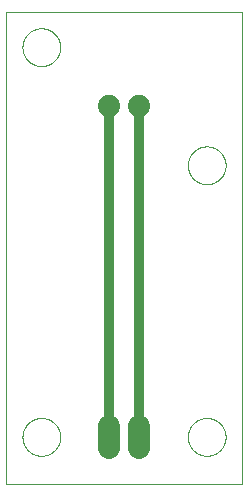
<source format=gbl>
G75*
%MOIN*%
%OFA0B0*%
%FSLAX25Y25*%
%IPPOS*%
%LPD*%
%AMOC8*
5,1,8,0,0,1.08239X$1,22.5*
%
%ADD10C,0.00000*%
%ADD11C,0.07400*%
%ADD12C,0.07400*%
%ADD13C,0.03200*%
D10*
X0001000Y0001000D02*
X0001000Y0158480D01*
X0079740Y0158480D01*
X0079740Y0001000D01*
X0001000Y0001000D01*
X0006512Y0016748D02*
X0006514Y0016906D01*
X0006520Y0017064D01*
X0006530Y0017222D01*
X0006544Y0017380D01*
X0006562Y0017537D01*
X0006583Y0017694D01*
X0006609Y0017850D01*
X0006639Y0018006D01*
X0006672Y0018161D01*
X0006710Y0018314D01*
X0006751Y0018467D01*
X0006796Y0018619D01*
X0006845Y0018770D01*
X0006898Y0018919D01*
X0006954Y0019067D01*
X0007014Y0019213D01*
X0007078Y0019358D01*
X0007146Y0019501D01*
X0007217Y0019643D01*
X0007291Y0019783D01*
X0007369Y0019920D01*
X0007451Y0020056D01*
X0007535Y0020190D01*
X0007624Y0020321D01*
X0007715Y0020450D01*
X0007810Y0020577D01*
X0007907Y0020702D01*
X0008008Y0020824D01*
X0008112Y0020943D01*
X0008219Y0021060D01*
X0008329Y0021174D01*
X0008442Y0021285D01*
X0008557Y0021394D01*
X0008675Y0021499D01*
X0008796Y0021601D01*
X0008919Y0021701D01*
X0009045Y0021797D01*
X0009173Y0021890D01*
X0009303Y0021980D01*
X0009436Y0022066D01*
X0009571Y0022150D01*
X0009707Y0022229D01*
X0009846Y0022306D01*
X0009987Y0022378D01*
X0010129Y0022448D01*
X0010273Y0022513D01*
X0010419Y0022575D01*
X0010566Y0022633D01*
X0010715Y0022688D01*
X0010865Y0022739D01*
X0011016Y0022786D01*
X0011168Y0022829D01*
X0011321Y0022868D01*
X0011476Y0022904D01*
X0011631Y0022935D01*
X0011787Y0022963D01*
X0011943Y0022987D01*
X0012100Y0023007D01*
X0012258Y0023023D01*
X0012415Y0023035D01*
X0012574Y0023043D01*
X0012732Y0023047D01*
X0012890Y0023047D01*
X0013048Y0023043D01*
X0013207Y0023035D01*
X0013364Y0023023D01*
X0013522Y0023007D01*
X0013679Y0022987D01*
X0013835Y0022963D01*
X0013991Y0022935D01*
X0014146Y0022904D01*
X0014301Y0022868D01*
X0014454Y0022829D01*
X0014606Y0022786D01*
X0014757Y0022739D01*
X0014907Y0022688D01*
X0015056Y0022633D01*
X0015203Y0022575D01*
X0015349Y0022513D01*
X0015493Y0022448D01*
X0015635Y0022378D01*
X0015776Y0022306D01*
X0015915Y0022229D01*
X0016051Y0022150D01*
X0016186Y0022066D01*
X0016319Y0021980D01*
X0016449Y0021890D01*
X0016577Y0021797D01*
X0016703Y0021701D01*
X0016826Y0021601D01*
X0016947Y0021499D01*
X0017065Y0021394D01*
X0017180Y0021285D01*
X0017293Y0021174D01*
X0017403Y0021060D01*
X0017510Y0020943D01*
X0017614Y0020824D01*
X0017715Y0020702D01*
X0017812Y0020577D01*
X0017907Y0020450D01*
X0017998Y0020321D01*
X0018087Y0020190D01*
X0018171Y0020056D01*
X0018253Y0019920D01*
X0018331Y0019783D01*
X0018405Y0019643D01*
X0018476Y0019501D01*
X0018544Y0019358D01*
X0018608Y0019213D01*
X0018668Y0019067D01*
X0018724Y0018919D01*
X0018777Y0018770D01*
X0018826Y0018619D01*
X0018871Y0018467D01*
X0018912Y0018314D01*
X0018950Y0018161D01*
X0018983Y0018006D01*
X0019013Y0017850D01*
X0019039Y0017694D01*
X0019060Y0017537D01*
X0019078Y0017380D01*
X0019092Y0017222D01*
X0019102Y0017064D01*
X0019108Y0016906D01*
X0019110Y0016748D01*
X0019108Y0016590D01*
X0019102Y0016432D01*
X0019092Y0016274D01*
X0019078Y0016116D01*
X0019060Y0015959D01*
X0019039Y0015802D01*
X0019013Y0015646D01*
X0018983Y0015490D01*
X0018950Y0015335D01*
X0018912Y0015182D01*
X0018871Y0015029D01*
X0018826Y0014877D01*
X0018777Y0014726D01*
X0018724Y0014577D01*
X0018668Y0014429D01*
X0018608Y0014283D01*
X0018544Y0014138D01*
X0018476Y0013995D01*
X0018405Y0013853D01*
X0018331Y0013713D01*
X0018253Y0013576D01*
X0018171Y0013440D01*
X0018087Y0013306D01*
X0017998Y0013175D01*
X0017907Y0013046D01*
X0017812Y0012919D01*
X0017715Y0012794D01*
X0017614Y0012672D01*
X0017510Y0012553D01*
X0017403Y0012436D01*
X0017293Y0012322D01*
X0017180Y0012211D01*
X0017065Y0012102D01*
X0016947Y0011997D01*
X0016826Y0011895D01*
X0016703Y0011795D01*
X0016577Y0011699D01*
X0016449Y0011606D01*
X0016319Y0011516D01*
X0016186Y0011430D01*
X0016051Y0011346D01*
X0015915Y0011267D01*
X0015776Y0011190D01*
X0015635Y0011118D01*
X0015493Y0011048D01*
X0015349Y0010983D01*
X0015203Y0010921D01*
X0015056Y0010863D01*
X0014907Y0010808D01*
X0014757Y0010757D01*
X0014606Y0010710D01*
X0014454Y0010667D01*
X0014301Y0010628D01*
X0014146Y0010592D01*
X0013991Y0010561D01*
X0013835Y0010533D01*
X0013679Y0010509D01*
X0013522Y0010489D01*
X0013364Y0010473D01*
X0013207Y0010461D01*
X0013048Y0010453D01*
X0012890Y0010449D01*
X0012732Y0010449D01*
X0012574Y0010453D01*
X0012415Y0010461D01*
X0012258Y0010473D01*
X0012100Y0010489D01*
X0011943Y0010509D01*
X0011787Y0010533D01*
X0011631Y0010561D01*
X0011476Y0010592D01*
X0011321Y0010628D01*
X0011168Y0010667D01*
X0011016Y0010710D01*
X0010865Y0010757D01*
X0010715Y0010808D01*
X0010566Y0010863D01*
X0010419Y0010921D01*
X0010273Y0010983D01*
X0010129Y0011048D01*
X0009987Y0011118D01*
X0009846Y0011190D01*
X0009707Y0011267D01*
X0009571Y0011346D01*
X0009436Y0011430D01*
X0009303Y0011516D01*
X0009173Y0011606D01*
X0009045Y0011699D01*
X0008919Y0011795D01*
X0008796Y0011895D01*
X0008675Y0011997D01*
X0008557Y0012102D01*
X0008442Y0012211D01*
X0008329Y0012322D01*
X0008219Y0012436D01*
X0008112Y0012553D01*
X0008008Y0012672D01*
X0007907Y0012794D01*
X0007810Y0012919D01*
X0007715Y0013046D01*
X0007624Y0013175D01*
X0007535Y0013306D01*
X0007451Y0013440D01*
X0007369Y0013576D01*
X0007291Y0013713D01*
X0007217Y0013853D01*
X0007146Y0013995D01*
X0007078Y0014138D01*
X0007014Y0014283D01*
X0006954Y0014429D01*
X0006898Y0014577D01*
X0006845Y0014726D01*
X0006796Y0014877D01*
X0006751Y0015029D01*
X0006710Y0015182D01*
X0006672Y0015335D01*
X0006639Y0015490D01*
X0006609Y0015646D01*
X0006583Y0015802D01*
X0006562Y0015959D01*
X0006544Y0016116D01*
X0006530Y0016274D01*
X0006520Y0016432D01*
X0006514Y0016590D01*
X0006512Y0016748D01*
X0061630Y0016748D02*
X0061632Y0016906D01*
X0061638Y0017064D01*
X0061648Y0017222D01*
X0061662Y0017380D01*
X0061680Y0017537D01*
X0061701Y0017694D01*
X0061727Y0017850D01*
X0061757Y0018006D01*
X0061790Y0018161D01*
X0061828Y0018314D01*
X0061869Y0018467D01*
X0061914Y0018619D01*
X0061963Y0018770D01*
X0062016Y0018919D01*
X0062072Y0019067D01*
X0062132Y0019213D01*
X0062196Y0019358D01*
X0062264Y0019501D01*
X0062335Y0019643D01*
X0062409Y0019783D01*
X0062487Y0019920D01*
X0062569Y0020056D01*
X0062653Y0020190D01*
X0062742Y0020321D01*
X0062833Y0020450D01*
X0062928Y0020577D01*
X0063025Y0020702D01*
X0063126Y0020824D01*
X0063230Y0020943D01*
X0063337Y0021060D01*
X0063447Y0021174D01*
X0063560Y0021285D01*
X0063675Y0021394D01*
X0063793Y0021499D01*
X0063914Y0021601D01*
X0064037Y0021701D01*
X0064163Y0021797D01*
X0064291Y0021890D01*
X0064421Y0021980D01*
X0064554Y0022066D01*
X0064689Y0022150D01*
X0064825Y0022229D01*
X0064964Y0022306D01*
X0065105Y0022378D01*
X0065247Y0022448D01*
X0065391Y0022513D01*
X0065537Y0022575D01*
X0065684Y0022633D01*
X0065833Y0022688D01*
X0065983Y0022739D01*
X0066134Y0022786D01*
X0066286Y0022829D01*
X0066439Y0022868D01*
X0066594Y0022904D01*
X0066749Y0022935D01*
X0066905Y0022963D01*
X0067061Y0022987D01*
X0067218Y0023007D01*
X0067376Y0023023D01*
X0067533Y0023035D01*
X0067692Y0023043D01*
X0067850Y0023047D01*
X0068008Y0023047D01*
X0068166Y0023043D01*
X0068325Y0023035D01*
X0068482Y0023023D01*
X0068640Y0023007D01*
X0068797Y0022987D01*
X0068953Y0022963D01*
X0069109Y0022935D01*
X0069264Y0022904D01*
X0069419Y0022868D01*
X0069572Y0022829D01*
X0069724Y0022786D01*
X0069875Y0022739D01*
X0070025Y0022688D01*
X0070174Y0022633D01*
X0070321Y0022575D01*
X0070467Y0022513D01*
X0070611Y0022448D01*
X0070753Y0022378D01*
X0070894Y0022306D01*
X0071033Y0022229D01*
X0071169Y0022150D01*
X0071304Y0022066D01*
X0071437Y0021980D01*
X0071567Y0021890D01*
X0071695Y0021797D01*
X0071821Y0021701D01*
X0071944Y0021601D01*
X0072065Y0021499D01*
X0072183Y0021394D01*
X0072298Y0021285D01*
X0072411Y0021174D01*
X0072521Y0021060D01*
X0072628Y0020943D01*
X0072732Y0020824D01*
X0072833Y0020702D01*
X0072930Y0020577D01*
X0073025Y0020450D01*
X0073116Y0020321D01*
X0073205Y0020190D01*
X0073289Y0020056D01*
X0073371Y0019920D01*
X0073449Y0019783D01*
X0073523Y0019643D01*
X0073594Y0019501D01*
X0073662Y0019358D01*
X0073726Y0019213D01*
X0073786Y0019067D01*
X0073842Y0018919D01*
X0073895Y0018770D01*
X0073944Y0018619D01*
X0073989Y0018467D01*
X0074030Y0018314D01*
X0074068Y0018161D01*
X0074101Y0018006D01*
X0074131Y0017850D01*
X0074157Y0017694D01*
X0074178Y0017537D01*
X0074196Y0017380D01*
X0074210Y0017222D01*
X0074220Y0017064D01*
X0074226Y0016906D01*
X0074228Y0016748D01*
X0074226Y0016590D01*
X0074220Y0016432D01*
X0074210Y0016274D01*
X0074196Y0016116D01*
X0074178Y0015959D01*
X0074157Y0015802D01*
X0074131Y0015646D01*
X0074101Y0015490D01*
X0074068Y0015335D01*
X0074030Y0015182D01*
X0073989Y0015029D01*
X0073944Y0014877D01*
X0073895Y0014726D01*
X0073842Y0014577D01*
X0073786Y0014429D01*
X0073726Y0014283D01*
X0073662Y0014138D01*
X0073594Y0013995D01*
X0073523Y0013853D01*
X0073449Y0013713D01*
X0073371Y0013576D01*
X0073289Y0013440D01*
X0073205Y0013306D01*
X0073116Y0013175D01*
X0073025Y0013046D01*
X0072930Y0012919D01*
X0072833Y0012794D01*
X0072732Y0012672D01*
X0072628Y0012553D01*
X0072521Y0012436D01*
X0072411Y0012322D01*
X0072298Y0012211D01*
X0072183Y0012102D01*
X0072065Y0011997D01*
X0071944Y0011895D01*
X0071821Y0011795D01*
X0071695Y0011699D01*
X0071567Y0011606D01*
X0071437Y0011516D01*
X0071304Y0011430D01*
X0071169Y0011346D01*
X0071033Y0011267D01*
X0070894Y0011190D01*
X0070753Y0011118D01*
X0070611Y0011048D01*
X0070467Y0010983D01*
X0070321Y0010921D01*
X0070174Y0010863D01*
X0070025Y0010808D01*
X0069875Y0010757D01*
X0069724Y0010710D01*
X0069572Y0010667D01*
X0069419Y0010628D01*
X0069264Y0010592D01*
X0069109Y0010561D01*
X0068953Y0010533D01*
X0068797Y0010509D01*
X0068640Y0010489D01*
X0068482Y0010473D01*
X0068325Y0010461D01*
X0068166Y0010453D01*
X0068008Y0010449D01*
X0067850Y0010449D01*
X0067692Y0010453D01*
X0067533Y0010461D01*
X0067376Y0010473D01*
X0067218Y0010489D01*
X0067061Y0010509D01*
X0066905Y0010533D01*
X0066749Y0010561D01*
X0066594Y0010592D01*
X0066439Y0010628D01*
X0066286Y0010667D01*
X0066134Y0010710D01*
X0065983Y0010757D01*
X0065833Y0010808D01*
X0065684Y0010863D01*
X0065537Y0010921D01*
X0065391Y0010983D01*
X0065247Y0011048D01*
X0065105Y0011118D01*
X0064964Y0011190D01*
X0064825Y0011267D01*
X0064689Y0011346D01*
X0064554Y0011430D01*
X0064421Y0011516D01*
X0064291Y0011606D01*
X0064163Y0011699D01*
X0064037Y0011795D01*
X0063914Y0011895D01*
X0063793Y0011997D01*
X0063675Y0012102D01*
X0063560Y0012211D01*
X0063447Y0012322D01*
X0063337Y0012436D01*
X0063230Y0012553D01*
X0063126Y0012672D01*
X0063025Y0012794D01*
X0062928Y0012919D01*
X0062833Y0013046D01*
X0062742Y0013175D01*
X0062653Y0013306D01*
X0062569Y0013440D01*
X0062487Y0013576D01*
X0062409Y0013713D01*
X0062335Y0013853D01*
X0062264Y0013995D01*
X0062196Y0014138D01*
X0062132Y0014283D01*
X0062072Y0014429D01*
X0062016Y0014577D01*
X0061963Y0014726D01*
X0061914Y0014877D01*
X0061869Y0015029D01*
X0061828Y0015182D01*
X0061790Y0015335D01*
X0061757Y0015490D01*
X0061727Y0015646D01*
X0061701Y0015802D01*
X0061680Y0015959D01*
X0061662Y0016116D01*
X0061648Y0016274D01*
X0061638Y0016432D01*
X0061632Y0016590D01*
X0061630Y0016748D01*
X0061630Y0107299D02*
X0061632Y0107457D01*
X0061638Y0107615D01*
X0061648Y0107773D01*
X0061662Y0107931D01*
X0061680Y0108088D01*
X0061701Y0108245D01*
X0061727Y0108401D01*
X0061757Y0108557D01*
X0061790Y0108712D01*
X0061828Y0108865D01*
X0061869Y0109018D01*
X0061914Y0109170D01*
X0061963Y0109321D01*
X0062016Y0109470D01*
X0062072Y0109618D01*
X0062132Y0109764D01*
X0062196Y0109909D01*
X0062264Y0110052D01*
X0062335Y0110194D01*
X0062409Y0110334D01*
X0062487Y0110471D01*
X0062569Y0110607D01*
X0062653Y0110741D01*
X0062742Y0110872D01*
X0062833Y0111001D01*
X0062928Y0111128D01*
X0063025Y0111253D01*
X0063126Y0111375D01*
X0063230Y0111494D01*
X0063337Y0111611D01*
X0063447Y0111725D01*
X0063560Y0111836D01*
X0063675Y0111945D01*
X0063793Y0112050D01*
X0063914Y0112152D01*
X0064037Y0112252D01*
X0064163Y0112348D01*
X0064291Y0112441D01*
X0064421Y0112531D01*
X0064554Y0112617D01*
X0064689Y0112701D01*
X0064825Y0112780D01*
X0064964Y0112857D01*
X0065105Y0112929D01*
X0065247Y0112999D01*
X0065391Y0113064D01*
X0065537Y0113126D01*
X0065684Y0113184D01*
X0065833Y0113239D01*
X0065983Y0113290D01*
X0066134Y0113337D01*
X0066286Y0113380D01*
X0066439Y0113419D01*
X0066594Y0113455D01*
X0066749Y0113486D01*
X0066905Y0113514D01*
X0067061Y0113538D01*
X0067218Y0113558D01*
X0067376Y0113574D01*
X0067533Y0113586D01*
X0067692Y0113594D01*
X0067850Y0113598D01*
X0068008Y0113598D01*
X0068166Y0113594D01*
X0068325Y0113586D01*
X0068482Y0113574D01*
X0068640Y0113558D01*
X0068797Y0113538D01*
X0068953Y0113514D01*
X0069109Y0113486D01*
X0069264Y0113455D01*
X0069419Y0113419D01*
X0069572Y0113380D01*
X0069724Y0113337D01*
X0069875Y0113290D01*
X0070025Y0113239D01*
X0070174Y0113184D01*
X0070321Y0113126D01*
X0070467Y0113064D01*
X0070611Y0112999D01*
X0070753Y0112929D01*
X0070894Y0112857D01*
X0071033Y0112780D01*
X0071169Y0112701D01*
X0071304Y0112617D01*
X0071437Y0112531D01*
X0071567Y0112441D01*
X0071695Y0112348D01*
X0071821Y0112252D01*
X0071944Y0112152D01*
X0072065Y0112050D01*
X0072183Y0111945D01*
X0072298Y0111836D01*
X0072411Y0111725D01*
X0072521Y0111611D01*
X0072628Y0111494D01*
X0072732Y0111375D01*
X0072833Y0111253D01*
X0072930Y0111128D01*
X0073025Y0111001D01*
X0073116Y0110872D01*
X0073205Y0110741D01*
X0073289Y0110607D01*
X0073371Y0110471D01*
X0073449Y0110334D01*
X0073523Y0110194D01*
X0073594Y0110052D01*
X0073662Y0109909D01*
X0073726Y0109764D01*
X0073786Y0109618D01*
X0073842Y0109470D01*
X0073895Y0109321D01*
X0073944Y0109170D01*
X0073989Y0109018D01*
X0074030Y0108865D01*
X0074068Y0108712D01*
X0074101Y0108557D01*
X0074131Y0108401D01*
X0074157Y0108245D01*
X0074178Y0108088D01*
X0074196Y0107931D01*
X0074210Y0107773D01*
X0074220Y0107615D01*
X0074226Y0107457D01*
X0074228Y0107299D01*
X0074226Y0107141D01*
X0074220Y0106983D01*
X0074210Y0106825D01*
X0074196Y0106667D01*
X0074178Y0106510D01*
X0074157Y0106353D01*
X0074131Y0106197D01*
X0074101Y0106041D01*
X0074068Y0105886D01*
X0074030Y0105733D01*
X0073989Y0105580D01*
X0073944Y0105428D01*
X0073895Y0105277D01*
X0073842Y0105128D01*
X0073786Y0104980D01*
X0073726Y0104834D01*
X0073662Y0104689D01*
X0073594Y0104546D01*
X0073523Y0104404D01*
X0073449Y0104264D01*
X0073371Y0104127D01*
X0073289Y0103991D01*
X0073205Y0103857D01*
X0073116Y0103726D01*
X0073025Y0103597D01*
X0072930Y0103470D01*
X0072833Y0103345D01*
X0072732Y0103223D01*
X0072628Y0103104D01*
X0072521Y0102987D01*
X0072411Y0102873D01*
X0072298Y0102762D01*
X0072183Y0102653D01*
X0072065Y0102548D01*
X0071944Y0102446D01*
X0071821Y0102346D01*
X0071695Y0102250D01*
X0071567Y0102157D01*
X0071437Y0102067D01*
X0071304Y0101981D01*
X0071169Y0101897D01*
X0071033Y0101818D01*
X0070894Y0101741D01*
X0070753Y0101669D01*
X0070611Y0101599D01*
X0070467Y0101534D01*
X0070321Y0101472D01*
X0070174Y0101414D01*
X0070025Y0101359D01*
X0069875Y0101308D01*
X0069724Y0101261D01*
X0069572Y0101218D01*
X0069419Y0101179D01*
X0069264Y0101143D01*
X0069109Y0101112D01*
X0068953Y0101084D01*
X0068797Y0101060D01*
X0068640Y0101040D01*
X0068482Y0101024D01*
X0068325Y0101012D01*
X0068166Y0101004D01*
X0068008Y0101000D01*
X0067850Y0101000D01*
X0067692Y0101004D01*
X0067533Y0101012D01*
X0067376Y0101024D01*
X0067218Y0101040D01*
X0067061Y0101060D01*
X0066905Y0101084D01*
X0066749Y0101112D01*
X0066594Y0101143D01*
X0066439Y0101179D01*
X0066286Y0101218D01*
X0066134Y0101261D01*
X0065983Y0101308D01*
X0065833Y0101359D01*
X0065684Y0101414D01*
X0065537Y0101472D01*
X0065391Y0101534D01*
X0065247Y0101599D01*
X0065105Y0101669D01*
X0064964Y0101741D01*
X0064825Y0101818D01*
X0064689Y0101897D01*
X0064554Y0101981D01*
X0064421Y0102067D01*
X0064291Y0102157D01*
X0064163Y0102250D01*
X0064037Y0102346D01*
X0063914Y0102446D01*
X0063793Y0102548D01*
X0063675Y0102653D01*
X0063560Y0102762D01*
X0063447Y0102873D01*
X0063337Y0102987D01*
X0063230Y0103104D01*
X0063126Y0103223D01*
X0063025Y0103345D01*
X0062928Y0103470D01*
X0062833Y0103597D01*
X0062742Y0103726D01*
X0062653Y0103857D01*
X0062569Y0103991D01*
X0062487Y0104127D01*
X0062409Y0104264D01*
X0062335Y0104404D01*
X0062264Y0104546D01*
X0062196Y0104689D01*
X0062132Y0104834D01*
X0062072Y0104980D01*
X0062016Y0105128D01*
X0061963Y0105277D01*
X0061914Y0105428D01*
X0061869Y0105580D01*
X0061828Y0105733D01*
X0061790Y0105886D01*
X0061757Y0106041D01*
X0061727Y0106197D01*
X0061701Y0106353D01*
X0061680Y0106510D01*
X0061662Y0106667D01*
X0061648Y0106825D01*
X0061638Y0106983D01*
X0061632Y0107141D01*
X0061630Y0107299D01*
X0006512Y0146669D02*
X0006514Y0146827D01*
X0006520Y0146985D01*
X0006530Y0147143D01*
X0006544Y0147301D01*
X0006562Y0147458D01*
X0006583Y0147615D01*
X0006609Y0147771D01*
X0006639Y0147927D01*
X0006672Y0148082D01*
X0006710Y0148235D01*
X0006751Y0148388D01*
X0006796Y0148540D01*
X0006845Y0148691D01*
X0006898Y0148840D01*
X0006954Y0148988D01*
X0007014Y0149134D01*
X0007078Y0149279D01*
X0007146Y0149422D01*
X0007217Y0149564D01*
X0007291Y0149704D01*
X0007369Y0149841D01*
X0007451Y0149977D01*
X0007535Y0150111D01*
X0007624Y0150242D01*
X0007715Y0150371D01*
X0007810Y0150498D01*
X0007907Y0150623D01*
X0008008Y0150745D01*
X0008112Y0150864D01*
X0008219Y0150981D01*
X0008329Y0151095D01*
X0008442Y0151206D01*
X0008557Y0151315D01*
X0008675Y0151420D01*
X0008796Y0151522D01*
X0008919Y0151622D01*
X0009045Y0151718D01*
X0009173Y0151811D01*
X0009303Y0151901D01*
X0009436Y0151987D01*
X0009571Y0152071D01*
X0009707Y0152150D01*
X0009846Y0152227D01*
X0009987Y0152299D01*
X0010129Y0152369D01*
X0010273Y0152434D01*
X0010419Y0152496D01*
X0010566Y0152554D01*
X0010715Y0152609D01*
X0010865Y0152660D01*
X0011016Y0152707D01*
X0011168Y0152750D01*
X0011321Y0152789D01*
X0011476Y0152825D01*
X0011631Y0152856D01*
X0011787Y0152884D01*
X0011943Y0152908D01*
X0012100Y0152928D01*
X0012258Y0152944D01*
X0012415Y0152956D01*
X0012574Y0152964D01*
X0012732Y0152968D01*
X0012890Y0152968D01*
X0013048Y0152964D01*
X0013207Y0152956D01*
X0013364Y0152944D01*
X0013522Y0152928D01*
X0013679Y0152908D01*
X0013835Y0152884D01*
X0013991Y0152856D01*
X0014146Y0152825D01*
X0014301Y0152789D01*
X0014454Y0152750D01*
X0014606Y0152707D01*
X0014757Y0152660D01*
X0014907Y0152609D01*
X0015056Y0152554D01*
X0015203Y0152496D01*
X0015349Y0152434D01*
X0015493Y0152369D01*
X0015635Y0152299D01*
X0015776Y0152227D01*
X0015915Y0152150D01*
X0016051Y0152071D01*
X0016186Y0151987D01*
X0016319Y0151901D01*
X0016449Y0151811D01*
X0016577Y0151718D01*
X0016703Y0151622D01*
X0016826Y0151522D01*
X0016947Y0151420D01*
X0017065Y0151315D01*
X0017180Y0151206D01*
X0017293Y0151095D01*
X0017403Y0150981D01*
X0017510Y0150864D01*
X0017614Y0150745D01*
X0017715Y0150623D01*
X0017812Y0150498D01*
X0017907Y0150371D01*
X0017998Y0150242D01*
X0018087Y0150111D01*
X0018171Y0149977D01*
X0018253Y0149841D01*
X0018331Y0149704D01*
X0018405Y0149564D01*
X0018476Y0149422D01*
X0018544Y0149279D01*
X0018608Y0149134D01*
X0018668Y0148988D01*
X0018724Y0148840D01*
X0018777Y0148691D01*
X0018826Y0148540D01*
X0018871Y0148388D01*
X0018912Y0148235D01*
X0018950Y0148082D01*
X0018983Y0147927D01*
X0019013Y0147771D01*
X0019039Y0147615D01*
X0019060Y0147458D01*
X0019078Y0147301D01*
X0019092Y0147143D01*
X0019102Y0146985D01*
X0019108Y0146827D01*
X0019110Y0146669D01*
X0019108Y0146511D01*
X0019102Y0146353D01*
X0019092Y0146195D01*
X0019078Y0146037D01*
X0019060Y0145880D01*
X0019039Y0145723D01*
X0019013Y0145567D01*
X0018983Y0145411D01*
X0018950Y0145256D01*
X0018912Y0145103D01*
X0018871Y0144950D01*
X0018826Y0144798D01*
X0018777Y0144647D01*
X0018724Y0144498D01*
X0018668Y0144350D01*
X0018608Y0144204D01*
X0018544Y0144059D01*
X0018476Y0143916D01*
X0018405Y0143774D01*
X0018331Y0143634D01*
X0018253Y0143497D01*
X0018171Y0143361D01*
X0018087Y0143227D01*
X0017998Y0143096D01*
X0017907Y0142967D01*
X0017812Y0142840D01*
X0017715Y0142715D01*
X0017614Y0142593D01*
X0017510Y0142474D01*
X0017403Y0142357D01*
X0017293Y0142243D01*
X0017180Y0142132D01*
X0017065Y0142023D01*
X0016947Y0141918D01*
X0016826Y0141816D01*
X0016703Y0141716D01*
X0016577Y0141620D01*
X0016449Y0141527D01*
X0016319Y0141437D01*
X0016186Y0141351D01*
X0016051Y0141267D01*
X0015915Y0141188D01*
X0015776Y0141111D01*
X0015635Y0141039D01*
X0015493Y0140969D01*
X0015349Y0140904D01*
X0015203Y0140842D01*
X0015056Y0140784D01*
X0014907Y0140729D01*
X0014757Y0140678D01*
X0014606Y0140631D01*
X0014454Y0140588D01*
X0014301Y0140549D01*
X0014146Y0140513D01*
X0013991Y0140482D01*
X0013835Y0140454D01*
X0013679Y0140430D01*
X0013522Y0140410D01*
X0013364Y0140394D01*
X0013207Y0140382D01*
X0013048Y0140374D01*
X0012890Y0140370D01*
X0012732Y0140370D01*
X0012574Y0140374D01*
X0012415Y0140382D01*
X0012258Y0140394D01*
X0012100Y0140410D01*
X0011943Y0140430D01*
X0011787Y0140454D01*
X0011631Y0140482D01*
X0011476Y0140513D01*
X0011321Y0140549D01*
X0011168Y0140588D01*
X0011016Y0140631D01*
X0010865Y0140678D01*
X0010715Y0140729D01*
X0010566Y0140784D01*
X0010419Y0140842D01*
X0010273Y0140904D01*
X0010129Y0140969D01*
X0009987Y0141039D01*
X0009846Y0141111D01*
X0009707Y0141188D01*
X0009571Y0141267D01*
X0009436Y0141351D01*
X0009303Y0141437D01*
X0009173Y0141527D01*
X0009045Y0141620D01*
X0008919Y0141716D01*
X0008796Y0141816D01*
X0008675Y0141918D01*
X0008557Y0142023D01*
X0008442Y0142132D01*
X0008329Y0142243D01*
X0008219Y0142357D01*
X0008112Y0142474D01*
X0008008Y0142593D01*
X0007907Y0142715D01*
X0007810Y0142840D01*
X0007715Y0142967D01*
X0007624Y0143096D01*
X0007535Y0143227D01*
X0007451Y0143361D01*
X0007369Y0143497D01*
X0007291Y0143634D01*
X0007217Y0143774D01*
X0007146Y0143916D01*
X0007078Y0144059D01*
X0007014Y0144204D01*
X0006954Y0144350D01*
X0006898Y0144498D01*
X0006845Y0144647D01*
X0006796Y0144798D01*
X0006751Y0144950D01*
X0006710Y0145103D01*
X0006672Y0145256D01*
X0006639Y0145411D01*
X0006609Y0145567D01*
X0006583Y0145723D01*
X0006562Y0145880D01*
X0006544Y0146037D01*
X0006530Y0146195D01*
X0006520Y0146353D01*
X0006514Y0146511D01*
X0006512Y0146669D01*
D11*
X0035370Y0020448D02*
X0035370Y0013048D01*
X0045370Y0013048D02*
X0045370Y0020448D01*
D12*
X0045370Y0126984D03*
X0035370Y0126984D03*
D13*
X0035370Y0016748D01*
X0045370Y0016748D02*
X0045370Y0126984D01*
M02*

</source>
